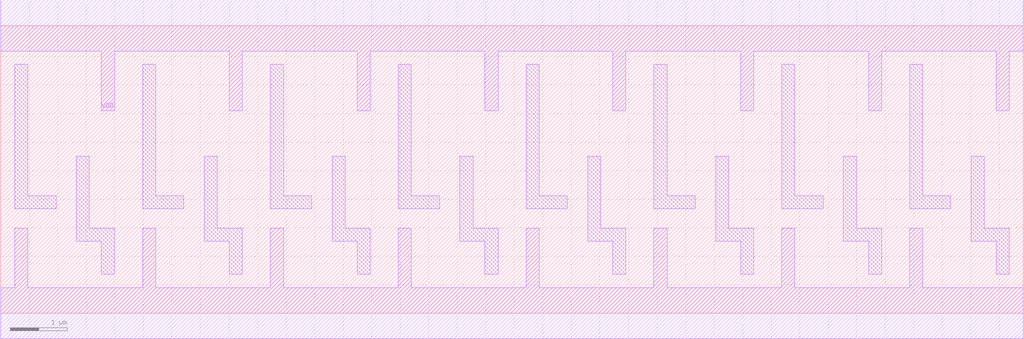
<source format=lef>
# Copyright 2022 GlobalFoundries PDK Authors
#
# Licensed under the Apache License, Version 2.0 (the "License");
# you may not use this file except in compliance with the License.
# You may obtain a copy of the License at
#
#      http://www.apache.org/licenses/LICENSE-2.0
#
# Unless required by applicable law or agreed to in writing, software
# distributed under the License is distributed on an "AS IS" BASIS,
# WITHOUT WARRANTIES OR CONDITIONS OF ANY KIND, either express or implied.
# See the License for the specific language governing permissions and
# limitations under the License.

MACRO gf180mcu_fd_sc_mcu9t5v0__fillcap_32
  CLASS core SPACER ;
  FOREIGN gf180mcu_fd_sc_mcu9t5v0__fillcap_32 0.0 0.0 ;
  ORIGIN 0 0 ;
  SYMMETRY X Y ;
  SITE GF018hv5v_green_sc9 ;
  SIZE 17.92 BY 5.04 ;
  PIN VDD
    DIRECTION INOUT ;
    USE power ;
    SHAPE ABUTMENT ;
    PORT
      LAYER Metal1 ;
        POLYGON 0 4.59 0.97 4.59 1.765 4.59 1.765 3.55 1.995 3.55 1.995 4.59 3.21 4.59 4.005 4.59 4.005 3.55 4.235 3.55 4.235 4.59 5.45 4.59 6.245 4.59 6.245 3.55 6.475 3.55 6.475 4.59 7.69 4.59 8.485 4.59 8.485 3.55 8.715 3.55 8.715 4.59 9.93 4.59 10.725 4.59 10.725 3.55 10.955 3.55 10.955 4.59 12.17 4.59 12.965 4.59 12.965 3.55 13.195 3.55 13.195 4.59 14.41 4.59 15.205 4.59 15.205 3.55 15.435 3.55 15.435 4.59 16.65 4.59 17.445 4.59 17.445 3.55 17.675 3.55 17.675 4.59 17.92 4.59 17.92 5.49 17.675 5.49 16.65 5.49 15.435 5.49 14.41 5.49 13.195 5.49 12.17 5.49 10.955 5.49 9.93 5.49 8.715 5.49 7.69 5.49 6.475 5.49 5.45 5.49 4.235 5.49 3.21 5.49 1.995 5.49 0.97 5.49 0 5.49  ;
    END
  END VDD
  PIN VSS
    DIRECTION INOUT ;
    USE ground ;
    SHAPE ABUTMENT ;
    PORT
      LAYER Metal1 ;
        POLYGON 0 -0.45 17.92 -0.45 17.92 0.45 16.155 0.45 16.155 1.49 15.925 1.49 15.925 0.45 13.915 0.45 13.915 1.49 13.685 1.49 13.685 0.45 11.675 0.45 11.675 1.49 11.445 1.49 11.445 0.45 9.435 0.45 9.435 1.49 9.205 1.49 9.205 0.45 7.195 0.45 7.195 1.49 6.965 1.49 6.965 0.45 4.955 0.45 4.955 1.49 4.725 1.49 4.725 0.45 2.715 0.45 2.715 1.49 2.485 1.49 2.485 0.45 0.475 0.45 0.475 1.49 0.245 1.49 0.245 0.45 0 0.45  ;
    END
  END VSS
  OBS
      LAYER Metal1 ;
        POLYGON 0.245 1.83 0.97 1.83 0.97 2.06 0.475 2.06 0.475 4.36 0.245 4.36  ;
        POLYGON 1.325 1.26 1.765 1.26 1.765 0.68 1.995 0.68 1.995 1.49 1.555 1.49 1.555 2.755 1.325 2.755  ;
        POLYGON 2.485 1.83 3.21 1.83 3.21 2.06 2.715 2.06 2.715 4.36 2.485 4.36  ;
        POLYGON 3.565 1.26 4.005 1.26 4.005 0.68 4.235 0.68 4.235 1.49 3.795 1.49 3.795 2.755 3.565 2.755  ;
        POLYGON 4.725 1.83 5.45 1.83 5.45 2.06 4.955 2.06 4.955 4.36 4.725 4.36  ;
        POLYGON 5.805 1.26 6.245 1.26 6.245 0.68 6.475 0.68 6.475 1.49 6.035 1.49 6.035 2.755 5.805 2.755  ;
        POLYGON 6.965 1.83 7.69 1.83 7.69 2.06 7.195 2.06 7.195 4.36 6.965 4.36  ;
        POLYGON 8.045 1.26 8.485 1.26 8.485 0.68 8.715 0.68 8.715 1.49 8.275 1.49 8.275 2.755 8.045 2.755  ;
        POLYGON 9.205 1.83 9.93 1.83 9.93 2.06 9.435 2.06 9.435 4.36 9.205 4.36  ;
        POLYGON 10.285 1.26 10.725 1.26 10.725 0.68 10.955 0.68 10.955 1.49 10.515 1.49 10.515 2.755 10.285 2.755  ;
        POLYGON 11.445 1.83 12.17 1.83 12.17 2.06 11.675 2.06 11.675 4.36 11.445 4.36  ;
        POLYGON 12.525 1.26 12.965 1.26 12.965 0.68 13.195 0.68 13.195 1.49 12.755 1.49 12.755 2.755 12.525 2.755  ;
        POLYGON 13.685 1.83 14.41 1.83 14.41 2.06 13.915 2.06 13.915 4.36 13.685 4.36  ;
        POLYGON 14.765 1.26 15.205 1.26 15.205 0.68 15.435 0.68 15.435 1.49 14.995 1.49 14.995 2.755 14.765 2.755  ;
        POLYGON 15.925 1.83 16.65 1.83 16.65 2.06 16.155 2.06 16.155 4.36 15.925 4.36  ;
        POLYGON 17.005 1.26 17.445 1.26 17.445 0.68 17.675 0.68 17.675 1.49 17.235 1.49 17.235 2.755 17.005 2.755  ;
  END
END gf180mcu_fd_sc_mcu9t5v0__fillcap_32

</source>
